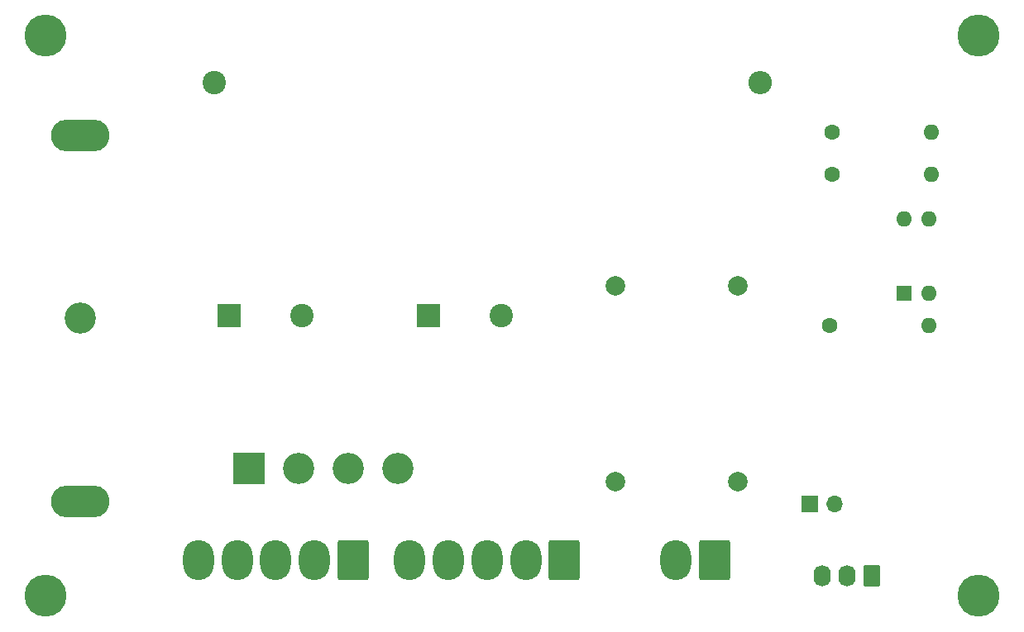
<source format=gbr>
%TF.GenerationSoftware,KiCad,Pcbnew,(6.0.1)*%
%TF.CreationDate,2022-01-30T09:16:28+01:00*%
%TF.ProjectId,board_shakercontrol,626f6172-645f-4736-9861-6b6572636f6e,rev?*%
%TF.SameCoordinates,Original*%
%TF.FileFunction,Soldermask,Bot*%
%TF.FilePolarity,Negative*%
%FSLAX46Y46*%
G04 Gerber Fmt 4.6, Leading zero omitted, Abs format (unit mm)*
G04 Created by KiCad (PCBNEW (6.0.1)) date 2022-01-30 09:16:28*
%MOMM*%
%LPD*%
G01*
G04 APERTURE LIST*
G04 Aperture macros list*
%AMRoundRect*
0 Rectangle with rounded corners*
0 $1 Rounding radius*
0 $2 $3 $4 $5 $6 $7 $8 $9 X,Y pos of 4 corners*
0 Add a 4 corners polygon primitive as box body*
4,1,4,$2,$3,$4,$5,$6,$7,$8,$9,$2,$3,0*
0 Add four circle primitives for the rounded corners*
1,1,$1+$1,$2,$3*
1,1,$1+$1,$4,$5*
1,1,$1+$1,$6,$7*
1,1,$1+$1,$8,$9*
0 Add four rect primitives between the rounded corners*
20,1,$1+$1,$2,$3,$4,$5,0*
20,1,$1+$1,$4,$5,$6,$7,0*
20,1,$1+$1,$6,$7,$8,$9,0*
20,1,$1+$1,$8,$9,$2,$3,0*%
G04 Aperture macros list end*
%ADD10RoundRect,0.250000X0.620000X0.845000X-0.620000X0.845000X-0.620000X-0.845000X0.620000X-0.845000X0*%
%ADD11O,1.740000X2.190000*%
%ADD12C,2.000000*%
%ADD13C,1.600000*%
%ADD14O,1.600000X1.600000*%
%ADD15R,3.200000X3.200000*%
%ADD16C,3.200000*%
%ADD17O,6.000000X3.250000*%
%ADD18R,2.400000X2.400000*%
%ADD19C,2.400000*%
%ADD20C,4.300000*%
%ADD21O,2.400000X2.400000*%
%ADD22RoundRect,0.250000X1.330000X1.800000X-1.330000X1.800000X-1.330000X-1.800000X1.330000X-1.800000X0*%
%ADD23O,3.160000X4.100000*%
%ADD24R,1.600000X1.600000*%
%ADD25O,1.700000X1.700000*%
%ADD26R,1.700000X1.700000*%
G04 APERTURE END LIST*
D10*
%TO.C,J3*%
X137922000Y-95992000D03*
D11*
X135382000Y-95992000D03*
X132842000Y-95992000D03*
%TD*%
D12*
%TO.C,L1*%
X124206000Y-66294005D03*
X111706000Y-66294005D03*
X111706000Y-86294005D03*
X124206000Y-86294005D03*
%TD*%
D13*
%TO.C,R1*%
X133604000Y-70358000D03*
D14*
X143764000Y-70358000D03*
%TD*%
D15*
%TO.C,D1*%
X74138000Y-84994000D03*
D16*
X79218000Y-84994000D03*
X84298000Y-84994000D03*
X89378000Y-84994000D03*
%TD*%
%TO.C,F1*%
X56896000Y-69596000D03*
D17*
X56896000Y-88346000D03*
X56896000Y-50846000D03*
%TD*%
D13*
%TO.C,R3*%
X133858000Y-54864000D03*
D14*
X144018000Y-54864000D03*
%TD*%
D18*
%TO.C,C1*%
X92534220Y-69342000D03*
D19*
X100034220Y-69342000D03*
%TD*%
D20*
%TO.C,REF\u002A\u002A*%
X148844000Y-40640000D03*
%TD*%
D19*
%TO.C,R4*%
X70612000Y-45466000D03*
D21*
X126492000Y-45466000D03*
%TD*%
D20*
%TO.C,REF\u002A\u002A*%
X53340000Y-98044000D03*
%TD*%
%TO.C,REF\u002A\u002A*%
X148844000Y-98044000D03*
%TD*%
D22*
%TO.C,J1*%
X106472000Y-94383000D03*
D23*
X102512000Y-94383000D03*
X98552000Y-94383000D03*
X94592000Y-94383000D03*
X90632000Y-94383000D03*
%TD*%
D24*
%TO.C,U2*%
X141224000Y-67056000D03*
D14*
X143764000Y-67056000D03*
X143764000Y-59436000D03*
X141224000Y-59436000D03*
%TD*%
D13*
%TO.C,R2*%
X133858000Y-50546000D03*
D14*
X144018000Y-50546000D03*
%TD*%
D25*
%TO.C,JP1*%
X134107000Y-88646000D03*
D26*
X131567000Y-88646000D03*
%TD*%
D22*
%TO.C,J2*%
X84836000Y-94383000D03*
D23*
X80876000Y-94383000D03*
X76916000Y-94383000D03*
X72956000Y-94383000D03*
X68996000Y-94383000D03*
%TD*%
D22*
%TO.C,J4*%
X121868000Y-94383000D03*
D23*
X117908000Y-94383000D03*
%TD*%
D18*
%TO.C,C2*%
X72136000Y-69342000D03*
D19*
X79636000Y-69342000D03*
%TD*%
D20*
%TO.C,REF\u002A\u002A*%
X53340000Y-40640000D03*
%TD*%
M02*

</source>
